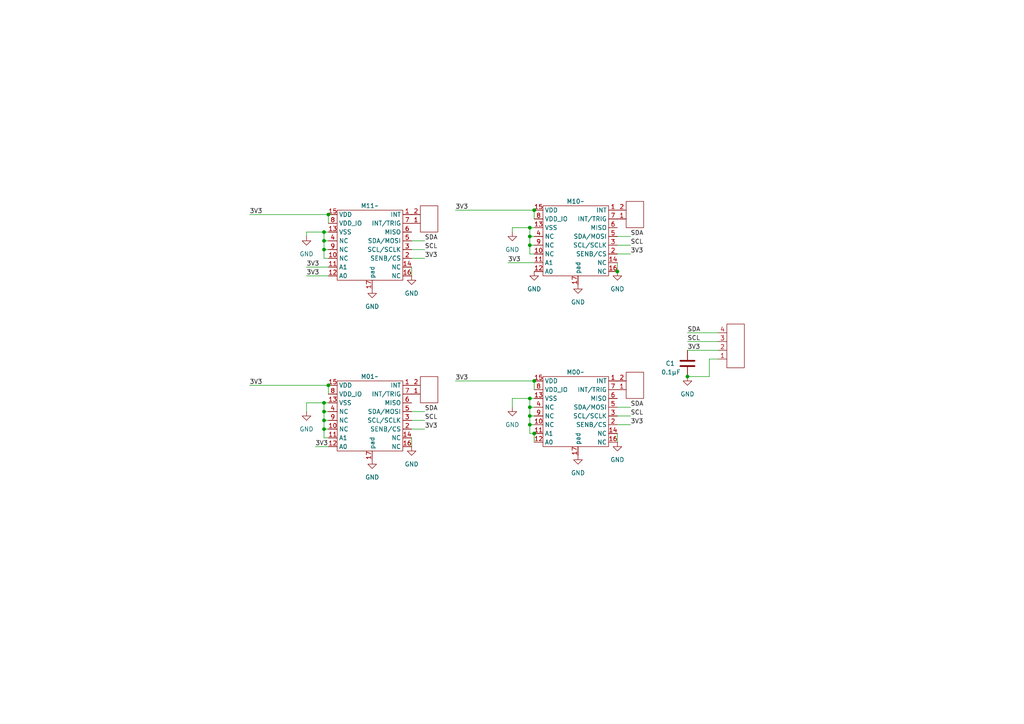
<source format=kicad_sch>
(kicad_sch (version 20230121) (generator eeschema)
  (paper "A4")
  (lib_symbols
    (symbol "Device:C" (pin_numbers hide) (pin_names (offset 0.254))
      (property "Reference" "C" (at 0.635 2.54 0))
      (property "Value" "C" (at 0.635 -2.54 0))
      (symbol "C_0_1"
        (polyline (pts (xy -2.032 -0.762) (xy 2.032 -0.762)) (stroke (width 0.508)))
        (polyline (pts (xy -2.032 0.762) (xy 2.032 0.762)) (stroke (width 0.508)))
      )
      (symbol "C_1_1"
        (pin passive line (at 0 3.81 270) (length 2.794) (name "~") (number "1"))
        (pin passive line (at 0 -3.81 90) (length 2.794) (name "~") (number "2"))
      )
    )
    (symbol "magtouch:2POS_INTERFACE"
      (symbol "2POS_INTERFACE_0_1"
        (polyline (pts (xy 0 0) (xy 0 7.62) (xy 5.08 7.62) (xy 5.08 0) (xy 0 0)))
      )
      (symbol "2POS_INTERFACE_1_1"
        (pin input line (at -2.54 2.54 0) (length 2.54) (name "~") (number "1"))
        (pin input line (at -2.54 5.08 0) (length 2.54) (name "~") (number "2"))
      )
    )
    (symbol "magtouch:4POS_INTERFACE"
      (symbol "4POS_INTERFACE_0_1"
        (polyline (pts (xy 0 0) (xy 0 12.7) (xy 5.08 12.7) (xy 5.08 0) (xy 0 0)))
      )
      (symbol "4POS_INTERFACE_1_1"
        (pin input line (at -2.54 2.54 0) (length 2.54) (name "~") (number "1"))
        (pin input line (at -2.54 5.08 0) (length 2.54) (name "~") (number "2"))
        (pin input line (at -2.54 7.62 0) (length 2.54) (name "~") (number "3"))
        (pin input line (at -2.54 10.16 0) (length 2.54) (name "~") (number "4"))
      )
    )
    (symbol "magtouch:MLX90393SLW"
      (property "Reference" "M" (at 0 1.27 0))
      (symbol "MLX90393SLW_0_1"
        (polyline (pts (xy -10.16 -21.59) (xy -10.16 -1.27) (xy 8.89 -1.27) (xy 8.89 -21.59) (xy -10.16 -21.59)))
      )
      (symbol "MLX90393SLW_1_1"
        (pin output line (at 11.43 -2.54 180) (length 2.54) (name "INT") (number "1"))
        (pin passive line (at -12.7 -15.24 0) (length 2.54) (name "NC") (number "10"))
        (pin passive line (at -12.7 -17.78 0) (length 2.54) (name "A1") (number "11"))
        (pin passive line (at -12.7 -20.32 0) (length 2.54) (name "A0") (number "12"))
        (pin passive line (at -12.7 -7.62 0) (length 2.54) (name "VSS") (number "13"))
        (pin passive line (at 11.43 -17.78 180) (length 2.54) (name "NC") (number "14"))
        (pin power_in line (at -12.7 -2.54 0) (length 2.54) (name "VDD") (number "15"))
        (pin passive line (at 11.43 -20.32 180) (length 2.54) (name "NC") (number "16"))
        (pin passive line (at 0 -24.13 90) (length 2.54) (name "pad") (number "17"))
        (pin input line (at 11.43 -15.24 180) (length 2.54) (name "SENB/CS") (number "2"))
        (pin input line (at 11.43 -12.7 180) (length 2.54) (name "SCL/SCLK") (number "3"))
        (pin passive line (at -12.7 -10.16 0) (length 2.54) (name "NC") (number "4"))
        (pin bidirectional line (at 11.43 -10.16 180) (length 2.54) (name "SDA/MOSI") (number "5"))
        (pin output line (at 11.43 -7.62 180) (length 2.54) (name "MISO") (number "6"))
        (pin bidirectional line (at 11.43 -5.08 180) (length 2.54) (name "INT/TRIG") (number "7"))
        (pin power_in line (at -12.7 -5.08 0) (length 2.54) (name "VDD_IO") (number "8"))
        (pin passive line (at -12.7 -12.7 0) (length 2.54) (name "NC") (number "9"))
      )
    )
    (symbol "power:GND" (power) (pin_names (offset 0))
      (property "Value" "GND" (at 0 -3.81 0))
      (symbol "GND_0_1"
        (polyline (pts (xy 0 0) (xy 0 -1.27) (xy 1.27 -1.27) (xy 0 -2.54) (xy -1.27 -1.27) (xy 0 -1.27)))
      )
      (symbol "GND_1_1"
        (pin power_in line (at 0 0 270) (length 0) hide (name "GND") (number "1"))
      )
    )
  )
  (junction (at 153.67 123.19))
  (junction (at 93.98 69.85))
  (junction (at 153.67 71.12))
  (junction (at 179.07 78.74))
  (junction (at 154.94 60.96))
  (junction (at 93.98 124.46))
  (junction (at 153.67 115.57))
  (junction (at 93.98 67.31))
  (junction (at 93.98 116.84))
  (junction (at 93.98 119.38))
  (junction (at 153.67 66.04))
  (junction (at 154.94 125.73))
  (junction (at 153.67 68.58))
  (junction (at 153.67 118.11))
  (junction (at 199.39 109.22))
  (junction (at 95.25 111.76))
  (junction (at 95.25 62.23))
  (junction (at 154.94 110.49))
  (junction (at 153.67 120.65))
  (junction (at 93.98 121.92))
  (junction (at 93.98 72.39))
  (wire (pts (xy 153.67 66.04) (xy 153.67 68.58)))
  (wire (pts (xy 93.98 127) (xy 95.25 127)))
  (wire (pts (xy 179.07 118.11) (xy 182.88 118.11)))
  (wire (pts (xy 119.38 124.46) (xy 123.19 124.46)))
  (wire (pts (xy 153.67 71.12) (xy 153.67 73.66)))
  (wire (pts (xy 95.25 111.76) (xy 95.25 114.3)))
  (wire (pts (xy 93.98 121.92) (xy 95.25 121.92)))
  (wire (pts (xy 88.9 77.47) (xy 95.25 77.47)))
  (wire (pts (xy 119.38 121.92) (xy 123.19 121.92)))
  (wire (pts (xy 91.44 129.54) (xy 95.25 129.54)))
  (wire (pts (xy 93.98 116.84) (xy 88.9 116.84)))
  (wire (pts (xy 153.67 115.57) (xy 153.67 118.11)))
  (wire (pts (xy 153.67 120.65) (xy 154.94 120.65)))
  (wire (pts (xy 119.38 127) (xy 119.38 129.54)))
  (wire (pts (xy 153.67 123.19) (xy 154.94 123.19)))
  (wire (pts (xy 153.67 120.65) (xy 153.67 123.19)))
  (wire (pts (xy 88.9 67.31) (xy 88.9 68.58)))
  (wire (pts (xy 93.98 124.46) (xy 93.98 127)))
  (wire (pts (xy 132.08 60.96) (xy 154.94 60.96)))
  (wire (pts (xy 132.08 110.49) (xy 154.94 110.49)))
  (wire (pts (xy 154.94 110.49) (xy 154.94 113.03)))
  (wire (pts (xy 179.07 68.58) (xy 182.88 68.58)))
  (wire (pts (xy 179.07 73.66) (xy 182.88 73.66)))
  (wire (pts (xy 93.98 124.46) (xy 95.25 124.46)))
  (wire (pts (xy 153.67 118.11) (xy 154.94 118.11)))
  (wire (pts (xy 93.98 67.31) (xy 88.9 67.31)))
  (wire (pts (xy 179.07 123.19) (xy 182.88 123.19)))
  (wire (pts (xy 93.98 116.84) (xy 95.25 116.84)))
  (wire (pts (xy 153.67 66.04) (xy 154.94 66.04)))
  (wire (pts (xy 119.38 69.85) (xy 123.19 69.85)))
  (wire (pts (xy 179.07 120.65) (xy 182.88 120.65)))
  (wire (pts (xy 93.98 69.85) (xy 95.25 69.85)))
  (wire (pts (xy 93.98 67.31) (xy 95.25 67.31)))
  (wire (pts (xy 199.39 99.06) (xy 208.28 99.06)))
  (wire (pts (xy 154.94 125.73) (xy 154.94 128.27)))
  (wire (pts (xy 179.07 76.2) (xy 179.07 78.74)))
  (wire (pts (xy 153.67 115.57) (xy 148.59 115.57)))
  (wire (pts (xy 205.74 104.14) (xy 208.28 104.14)))
  (wire (pts (xy 119.38 77.47) (xy 119.38 80.01)))
  (wire (pts (xy 93.98 116.84) (xy 93.98 119.38)))
  (wire (pts (xy 153.67 118.11) (xy 153.67 120.65)))
  (wire (pts (xy 95.25 62.23) (xy 95.25 64.77)))
  (wire (pts (xy 153.67 68.58) (xy 153.67 71.12)))
  (wire (pts (xy 154.94 60.96) (xy 154.94 63.5)))
  (wire (pts (xy 199.39 101.6) (xy 208.28 101.6)))
  (wire (pts (xy 153.67 71.12) (xy 154.94 71.12)))
  (wire (pts (xy 153.67 68.58) (xy 154.94 68.58)))
  (wire (pts (xy 148.59 115.57) (xy 148.59 118.11)))
  (wire (pts (xy 93.98 119.38) (xy 95.25 119.38)))
  (wire (pts (xy 153.67 123.19) (xy 153.67 125.73)))
  (wire (pts (xy 93.98 121.92) (xy 93.98 124.46)))
  (wire (pts (xy 199.39 96.52) (xy 208.28 96.52)))
  (wire (pts (xy 93.98 74.93) (xy 95.25 74.93)))
  (wire (pts (xy 93.98 67.31) (xy 93.98 69.85)))
  (wire (pts (xy 72.39 111.76) (xy 95.25 111.76)))
  (wire (pts (xy 119.38 74.93) (xy 123.19 74.93)))
  (wire (pts (xy 93.98 72.39) (xy 93.98 74.93)))
  (wire (pts (xy 153.67 115.57) (xy 154.94 115.57)))
  (wire (pts (xy 88.9 80.01) (xy 95.25 80.01)))
  (wire (pts (xy 205.74 109.22) (xy 205.74 104.14)))
  (wire (pts (xy 153.67 73.66) (xy 154.94 73.66)))
  (wire (pts (xy 88.9 116.84) (xy 88.9 119.38)))
  (wire (pts (xy 199.39 109.22) (xy 205.74 109.22)))
  (wire (pts (xy 153.67 66.04) (xy 148.59 66.04)))
  (wire (pts (xy 119.38 119.38) (xy 123.19 119.38)))
  (wire (pts (xy 148.59 66.04) (xy 148.59 67.31)))
  (wire (pts (xy 72.39 62.23) (xy 95.25 62.23)))
  (wire (pts (xy 153.67 125.73) (xy 154.94 125.73)))
  (wire (pts (xy 179.07 125.73) (xy 179.07 128.27)))
  (wire (pts (xy 93.98 119.38) (xy 93.98 121.92)))
  (wire (pts (xy 93.98 69.85) (xy 93.98 72.39)))
  (wire (pts (xy 147.32 76.2) (xy 154.94 76.2)))
  (wire (pts (xy 119.38 72.39) (xy 123.19 72.39)))
  (wire (pts (xy 179.07 71.12) (xy 182.88 71.12)))
  (wire (pts (xy 93.98 72.39) (xy 95.25 72.39)))
  (label "SDA" (at 199.39 96.52 0))
  (label "3V3" (at 147.32 76.2 0))
  (label "3V3" (at 72.39 111.76 0))
  (label "SDA" (at 123.19 119.38 0))
  (label "3V3" (at 182.88 73.66 0))
  (label "3V3" (at 123.19 124.46 0))
  (label "SCL" (at 182.88 71.12 0))
  (label "SDA" (at 182.88 68.58 0))
  (label "SCL" (at 123.19 72.39 0))
  (label "SCL" (at 123.19 121.92 0))
  (label "SCL" (at 182.88 120.65 0))
  (label "SDA" (at 182.88 118.11 0))
  (label "3V3" (at 199.39 101.6 0))
  (label "3V3" (at 123.19 74.93 0))
  (label "3V3" (at 132.08 60.96 0))
  (label "3V3" (at 72.39 62.23 0))
  (label "3V3" (at 88.9 80.01 0))
  (label "SCL" (at 199.39 99.06 0))
  (label "3V3" (at 182.88 123.19 0))
  (label "3V3" (at 91.44 129.54 0))
  (label "3V3" (at 132.08 110.49 0))
  (label "SDA" (at 123.19 69.85 0))
  (label "3V3" (at 88.9 77.47 0))
  (symbol (lib_id "power:GND") (at 148.59 67.31 0) (unit 1)
    (property "Reference" "#PWR07" (effects hide))
    (property "Value" "GND" (at 148.59 72.39 0))
  )
  (symbol (lib_id "magtouch:2POS_INTERFACE") (at 121.92 67.31 0) (unit 1)
    (property "Reference" "I3" (effects hide))
    (property "Value" "2POS_INTERFACE" (effects hide))
    (property "Footprint" "magtouch:2POS_INTERFACE" (effects hide))
  )
  (symbol (lib_id "power:GND") (at 199.39 109.22 0) (unit 1)
    (property "Reference" "#PWR01" (effects hide))
    (property "Value" "GND" (at 199.39 114.3 0))
  )
  (symbol (lib_id "magtouch:MLX90393SLW") (at 107.95 59.69 0) (unit 1)
    (property "Reference" "M11" (at 106.68 59.69 0))
    (property "Value" "~" (at 109.22 59.69 0))
    (property "Footprint" "magtouch:QFN50P300X300X100-17N" (effects hide))
  )
  (symbol (lib_id "power:GND") (at 88.9 68.58 0) (unit 1)
    (property "Reference" "#PWR02" (effects hide))
    (property "Value" "GND" (at 88.9 73.66 0))
  )
  (symbol (lib_id "power:GND") (at 167.64 82.55 0) (unit 1)
    (property "Reference" "#PWR09" (effects hide))
    (property "Value" "GND" (at 167.64 87.63 0))
  )
  (symbol (lib_id "magtouch:MLX90393SLW") (at 167.64 58.42 0) (unit 1)
    (property "Reference" "M10" (at 166.37 58.42 0))
    (property "Value" "~" (at 168.91 58.42 0))
    (property "Footprint" "magtouch:QFN50P300X300X100-17N" (effects hide))
  )
  (symbol (lib_id "power:GND") (at 107.95 83.82 0) (unit 1)
    (property "Reference" "#PWR05" (effects hide))
    (property "Value" "GND" (at 107.95 88.9 0))
  )
  (symbol (lib_id "power:GND") (at 119.38 129.54 0) (unit 1)
    (property "Reference" "#PWR016" (effects hide))
    (property "Value" "GND" (at 119.38 134.62 0))
  )
  (symbol (lib_id "power:GND") (at 179.07 78.74 0) (unit 1)
    (property "Reference" "#PWR010" (effects hide))
    (property "Value" "GND" (at 179.07 83.82 0))
  )
  (symbol (lib_id "Device:C") (at 199.39 105.41 0) (unit 1)
    (property "Reference" "C1" (at 193.04 105.41 0) (effects (justify left)))
    (property "Value" "0.1µF" (at 191.77 107.95 0) (effects (justify left)))
    (property "Footprint" "Capacitor_SMD:C_0603_1608Metric" (effects hide))
  )
  (symbol (lib_id "power:GND") (at 107.95 133.35 0) (unit 1)
    (property "Reference" "#PWR015" (effects hide))
    (property "Value" "GND" (at 107.95 138.43 0))
  )
  (symbol (lib_id "power:GND") (at 179.07 128.27 0) (unit 1)
    (property "Reference" "#PWR021" (effects hide))
    (property "Value" "GND" (at 179.07 133.35 0))
  )
  (symbol (lib_id "power:GND") (at 167.64 132.08 0) (unit 1)
    (property "Reference" "#PWR020" (effects hide))
    (property "Value" "GND" (at 167.64 137.16 0))
  )
  (symbol (lib_id "magtouch:2POS_INTERFACE") (at 181.61 115.57 0) (unit 1)
    (property "Reference" "I5" (effects hide))
    (property "Value" "2POS_INTERFACE" (effects hide))
    (property "Footprint" "magtouch:2POS_INTERFACE" (effects hide))
  )
  (symbol (lib_id "power:GND") (at 148.59 118.11 0) (unit 1)
    (property "Reference" "#PWR018" (effects hide))
    (property "Value" "GND" (at 148.59 123.19 0))
  )
  (symbol (lib_id "magtouch:MLX90393SLW") (at 107.95 109.22 0) (unit 1)
    (property "Reference" "M01" (at 106.68 109.22 0))
    (property "Value" "~" (at 109.22 109.22 0))
    (property "Footprint" "magtouch:QFN50P300X300X100-17N" (effects hide))
  )
  (symbol (lib_id "magtouch:2POS_INTERFACE") (at 121.92 116.84 0) (unit 1)
    (property "Reference" "I4" (effects hide))
    (property "Value" "2POS_INTERFACE" (effects hide))
    (property "Footprint" "magtouch:2POS_INTERFACE" (effects hide))
  )
  (symbol (lib_id "power:GND") (at 119.38 80.01 0) (unit 1)
    (property "Reference" "#PWR014" (effects hide))
    (property "Value" "GND" (at 119.38 85.09 0))
  )
  (symbol (lib_id "magtouch:2POS_INTERFACE") (at 181.61 66.04 0) (unit 1)
    (property "Reference" "I2" (effects hide))
    (property "Value" "2POS_INTERFACE" (effects hide))
    (property "Footprint" "magtouch:2POS_INTERFACE" (effects hide))
  )
  (symbol (lib_id "magtouch:MLX90393SLW") (at 167.64 107.95 0) (unit 1)
    (property "Reference" "M00" (at 166.37 107.95 0))
    (property "Value" "~" (at 168.91 107.95 0))
    (property "Footprint" "magtouch:QFN50P300X300X100-17N" (effects hide))
  )
  (symbol (lib_id "power:GND") (at 88.9 119.38 0) (unit 1)
    (property "Reference" "#PWR012" (effects hide))
    (property "Value" "GND" (at 88.9 124.46 0))
  )
  (symbol (lib_id "magtouch:4POS_INTERFACE") (at 210.82 106.68 0) (unit 1)
    (property "Reference" "I1" (effects hide))
    (property "Value" "2POS_INTERFACE" (effects hide))
    (property "Footprint" "magtouch:4POS_INTERFACE" (effects hide))
  )
  (symbol (lib_id "power:GND") (at 154.94 78.74 0) (unit 1)
    (property "Reference" "#PWR03" (effects hide))
    (property "Value" "GND" (at 154.94 83.82 0))
  )
)
</source>
